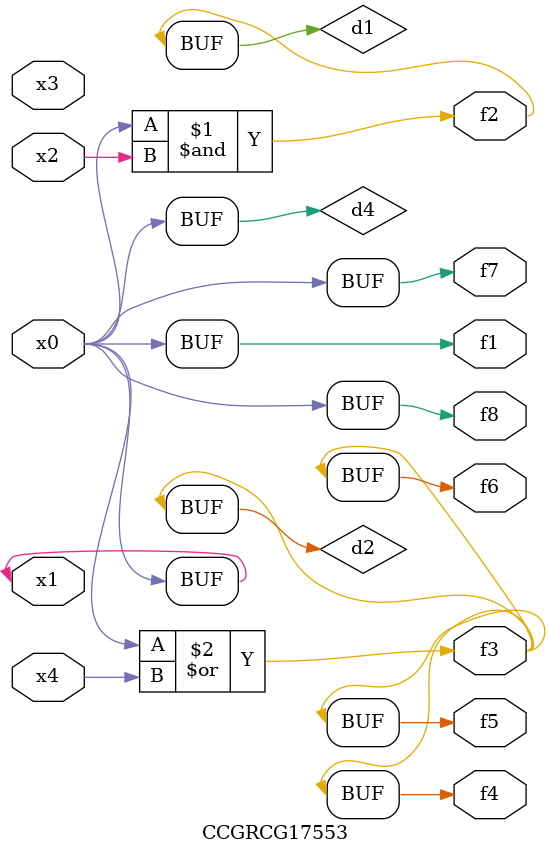
<source format=v>
module CCGRCG17553(
	input x0, x1, x2, x3, x4,
	output f1, f2, f3, f4, f5, f6, f7, f8
);

	wire d1, d2, d3, d4;

	and (d1, x0, x2);
	or (d2, x0, x4);
	nand (d3, x0, x2);
	buf (d4, x0, x1);
	assign f1 = d4;
	assign f2 = d1;
	assign f3 = d2;
	assign f4 = d2;
	assign f5 = d2;
	assign f6 = d2;
	assign f7 = d4;
	assign f8 = d4;
endmodule

</source>
